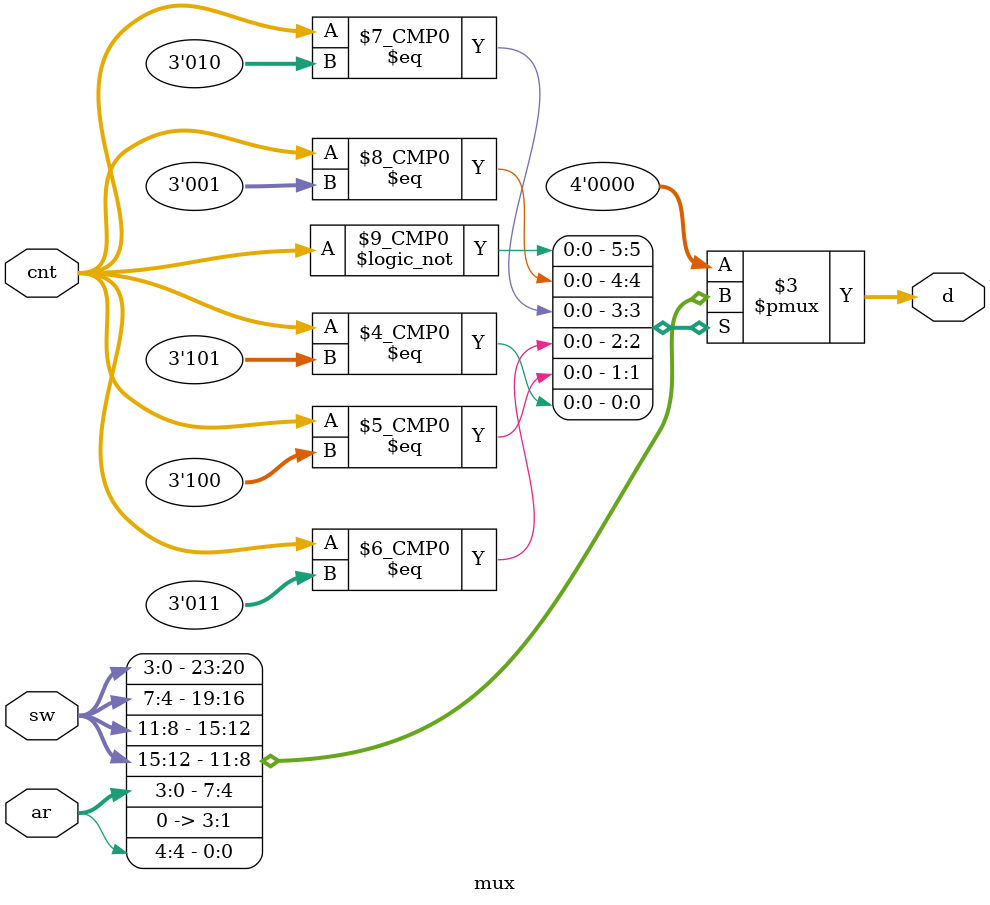
<source format=v>
`timescale 1ns / 1ps


module mux (
    input [2:0] cnt,
    input [15:0] sw,
    input [4:0] ar,
    output reg [3:0] d
);
always @(*) begin
    case (cnt)
        3'b000: d = sw[3:0]; 
        3'b001: d = sw[7:4];
        3'b010: d = sw[11:8];
        3'b011: d = sw[15:12];
        3'b100: d = ar[3:0];
        3'b101: d = {3'b000,ar[4]};
        default: d = 0;
    endcase
end 
endmodule
</source>
